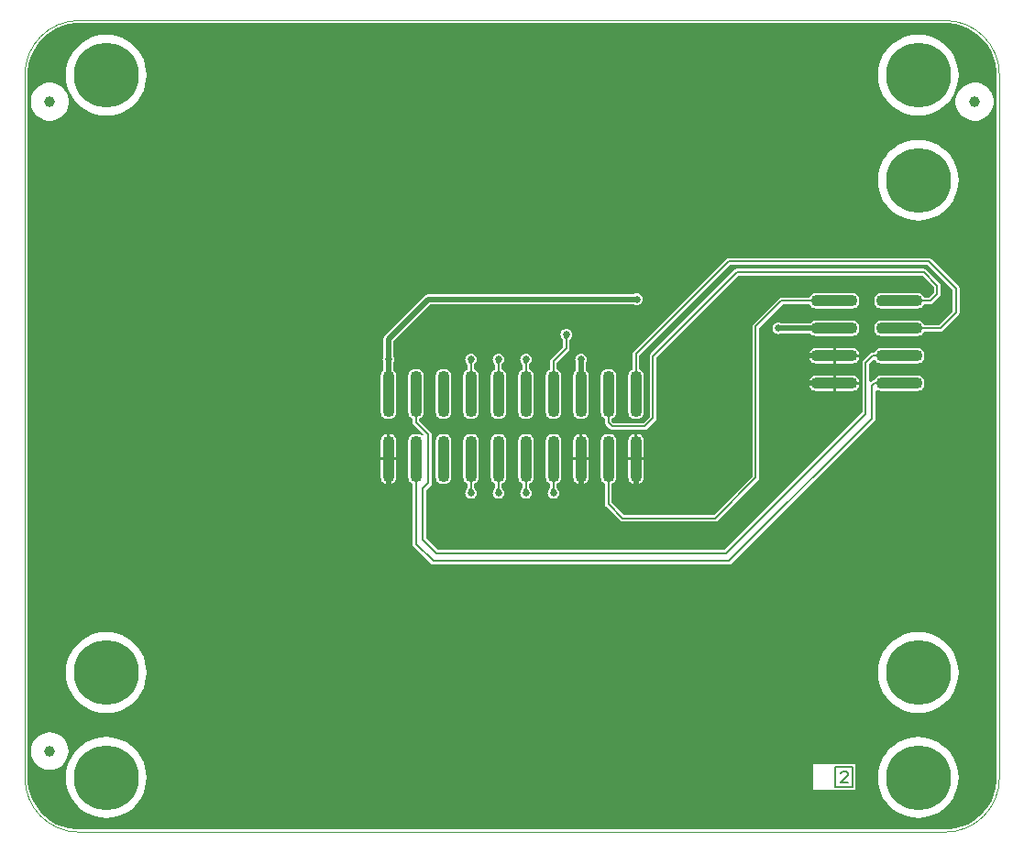
<source format=gbl>
G04*
G04 #@! TF.GenerationSoftware,Altium Limited,Altium Designer,21.1.1 (26)*
G04*
G04 Layer_Physical_Order=2*
G04 Layer_Color=16711680*
%FSAX44Y44*%
%MOMM*%
G71*
G04*
G04 #@! TF.SameCoordinates,61528D9D-F366-43B7-8DC3-677D280EAED6*
G04*
G04*
G04 #@! TF.FilePolarity,Positive*
G04*
G01*
G75*
%ADD10C,0.5000*%
%ADD13C,0.2000*%
%ADD14C,0.1000*%
%ADD22C,1.0000*%
%ADD27C,6.0000*%
%ADD28C,0.6500*%
G04:AMPARAMS|DCode=29|XSize=1mm|YSize=4.2mm|CornerRadius=0.375mm|HoleSize=0mm|Usage=FLASHONLY|Rotation=270.000|XOffset=0mm|YOffset=0mm|HoleType=Round|Shape=RoundedRectangle|*
%AMROUNDEDRECTD29*
21,1,1.0000,3.4500,0,0,270.0*
21,1,0.2500,4.2000,0,0,270.0*
1,1,0.7500,-1.7250,-0.1250*
1,1,0.7500,-1.7250,0.1250*
1,1,0.7500,1.7250,0.1250*
1,1,0.7500,1.7250,-0.1250*
%
%ADD29ROUNDEDRECTD29*%
G04:AMPARAMS|DCode=30|XSize=1mm|YSize=4.2mm|CornerRadius=0.375mm|HoleSize=0mm|Usage=FLASHONLY|Rotation=0.000|XOffset=0mm|YOffset=0mm|HoleType=Round|Shape=RoundedRectangle|*
%AMROUNDEDRECTD30*
21,1,1.0000,3.4500,0,0,0.0*
21,1,0.2500,4.2000,0,0,0.0*
1,1,0.7500,0.1250,-1.7250*
1,1,0.7500,-0.1250,-1.7250*
1,1,0.7500,-0.1250,1.7250*
1,1,0.7500,0.1250,1.7250*
%
%ADD30ROUNDEDRECTD30*%
G36*
X00859277Y00746639D02*
X00865285Y00745029D01*
X00871032Y00742649D01*
X00876419Y00739539D01*
X00881354Y00735752D01*
X00885752Y00731354D01*
X00889539Y00726419D01*
X00892649Y00721032D01*
X00895029Y00715285D01*
X00896639Y00709277D01*
X00897451Y00703110D01*
X00897451Y00700000D01*
X00897451Y00050000D01*
Y00046890D01*
X00896639Y00040723D01*
X00895029Y00034715D01*
X00892649Y00028968D01*
X00889539Y00023581D01*
X00885752Y00018646D01*
X00881354Y00014248D01*
X00876419Y00010461D01*
X00871032Y00007351D01*
X00865285Y00004971D01*
X00859277Y00003361D01*
X00853110Y00002549D01*
X00046890D01*
X00040723Y00003361D01*
X00034715Y00004971D01*
X00028968Y00007351D01*
X00023581Y00010461D01*
X00018646Y00014248D01*
X00014248Y00018646D01*
X00010461Y00023581D01*
X00007351Y00028968D01*
X00004971Y00034715D01*
X00003361Y00040723D01*
X00002549Y00046890D01*
Y00050000D01*
Y00700000D01*
Y00703110D01*
X00003361Y00709277D01*
X00004971Y00715285D01*
X00007351Y00721032D01*
X00010461Y00726419D01*
X00014248Y00731354D01*
X00018646Y00735752D01*
X00023581Y00739539D01*
X00028968Y00742649D01*
X00034715Y00745029D01*
X00040723Y00746639D01*
X00046890Y00747451D01*
X00853110D01*
X00859277Y00746639D01*
D02*
G37*
%LPC*%
G36*
X00825000Y00736830D02*
X00820127Y00736511D01*
X00815338Y00735558D01*
X00810714Y00733988D01*
X00806335Y00731829D01*
X00802275Y00729116D01*
X00798604Y00725896D01*
X00795384Y00722225D01*
X00792671Y00718165D01*
X00790512Y00713786D01*
X00788942Y00709162D01*
X00787989Y00704373D01*
X00787670Y00699500D01*
X00787989Y00694628D01*
X00788942Y00689838D01*
X00790512Y00685214D01*
X00792671Y00680835D01*
X00795384Y00676775D01*
X00798604Y00673104D01*
X00802275Y00669884D01*
X00806335Y00667171D01*
X00810714Y00665012D01*
X00815338Y00663442D01*
X00820127Y00662489D01*
X00825000Y00662170D01*
X00829873Y00662489D01*
X00834662Y00663442D01*
X00839286Y00665012D01*
X00843665Y00667171D01*
X00847725Y00669884D01*
X00851396Y00673104D01*
X00854616Y00676775D01*
X00857329Y00680835D01*
X00859488Y00685214D01*
X00861058Y00689838D01*
X00862010Y00694628D01*
X00862330Y00699500D01*
X00862010Y00704373D01*
X00861058Y00709162D01*
X00859488Y00713786D01*
X00857329Y00718165D01*
X00854616Y00722225D01*
X00851396Y00725896D01*
X00847725Y00729116D01*
X00843665Y00731829D01*
X00839286Y00733988D01*
X00834662Y00735558D01*
X00829873Y00736511D01*
X00825000Y00736830D01*
D02*
G37*
G36*
X00075000D02*
X00070128Y00736511D01*
X00065338Y00735558D01*
X00060715Y00733988D01*
X00056335Y00731829D01*
X00052275Y00729116D01*
X00048604Y00725896D01*
X00045384Y00722225D01*
X00042671Y00718165D01*
X00040512Y00713786D01*
X00038942Y00709162D01*
X00037989Y00704373D01*
X00037670Y00699500D01*
X00037989Y00694628D01*
X00038942Y00689838D01*
X00040512Y00685214D01*
X00042671Y00680835D01*
X00045384Y00676775D01*
X00048604Y00673104D01*
X00052275Y00669884D01*
X00056335Y00667171D01*
X00060715Y00665012D01*
X00065338Y00663442D01*
X00070128Y00662489D01*
X00075000Y00662170D01*
X00079873Y00662489D01*
X00084662Y00663442D01*
X00089286Y00665012D01*
X00093665Y00667171D01*
X00097725Y00669884D01*
X00101396Y00673104D01*
X00104616Y00676775D01*
X00107329Y00680835D01*
X00109488Y00685214D01*
X00111058Y00689838D01*
X00112011Y00694628D01*
X00112330Y00699500D01*
X00112011Y00704373D01*
X00111058Y00709162D01*
X00109488Y00713786D01*
X00107329Y00718165D01*
X00104616Y00722225D01*
X00101396Y00725896D01*
X00097725Y00729116D01*
X00093665Y00731829D01*
X00089286Y00733988D01*
X00084662Y00735558D01*
X00079873Y00736511D01*
X00075000Y00736830D01*
D02*
G37*
G36*
X00875755Y00692523D02*
X00872325Y00691887D01*
X00869084Y00690595D01*
X00866158Y00688695D01*
X00863659Y00686261D01*
X00861682Y00683385D01*
X00860305Y00680180D01*
X00859579Y00676768D01*
X00859556Y00675023D01*
X00859556Y00675023D01*
X00859577Y00673277D01*
X00860299Y00669859D01*
X00861674Y00666647D01*
X00863649Y00663766D01*
X00866148Y00661325D01*
X00869076Y00659419D01*
X00872319Y00658120D01*
X00875753Y00657479D01*
X00877500Y00657500D01*
X00879180Y00657500D01*
X00882476Y00658156D01*
X00885581Y00659441D01*
X00888375Y00661308D01*
X00890751Y00663685D01*
X00892618Y00666479D01*
X00893904Y00669584D01*
X00894559Y00672879D01*
X00894559Y00674560D01*
X00894603Y00676283D01*
X00894016Y00679681D01*
X00892777Y00682899D01*
X00890934Y00685814D01*
X00888557Y00688313D01*
X00885739Y00690300D01*
X00882588Y00691699D01*
X00879223Y00692457D01*
X00877500Y00692500D01*
X00875755Y00692523D01*
D02*
G37*
G36*
X00024723Y00692500D02*
X00023000Y00692500D01*
X00023000Y00692500D01*
X00021276D01*
X00017895Y00691827D01*
X00014711Y00690508D01*
X00011844Y00688593D01*
X00009407Y00686155D01*
X00007492Y00683289D01*
X00006173Y00680105D01*
X00005500Y00676723D01*
Y00673276D01*
X00006173Y00669895D01*
X00007492Y00666711D01*
X00009407Y00663844D01*
X00011844Y00661407D01*
X00014711Y00659492D01*
X00017895Y00658173D01*
X00021276Y00657500D01*
X00023000Y00657500D01*
X00024723Y00657500D01*
X00028104Y00658172D01*
X00031289Y00659492D01*
X00034155Y00661407D01*
X00036593Y00663844D01*
X00038508Y00666711D01*
X00039827Y00669895D01*
X00040449Y00673021D01*
X00040500Y00673276D01*
X00040500Y00675000D01*
X00040500Y00675000D01*
X00040500Y00676723D01*
X00039827Y00680105D01*
X00038508Y00683289D01*
X00036593Y00686155D01*
X00034155Y00688593D01*
X00031289Y00690508D01*
X00028105Y00691827D01*
X00024723Y00692500D01*
D02*
G37*
G36*
X00825000Y00639830D02*
X00820127Y00639511D01*
X00815338Y00638558D01*
X00810714Y00636988D01*
X00806335Y00634829D01*
X00802275Y00632116D01*
X00798604Y00628896D01*
X00795384Y00625225D01*
X00792671Y00621165D01*
X00790512Y00616786D01*
X00788942Y00612162D01*
X00787989Y00607373D01*
X00787670Y00602500D01*
X00787989Y00597627D01*
X00788942Y00592838D01*
X00790512Y00588214D01*
X00792671Y00583835D01*
X00795384Y00579775D01*
X00798604Y00576104D01*
X00802275Y00572884D01*
X00806335Y00570171D01*
X00810714Y00568012D01*
X00815338Y00566442D01*
X00820127Y00565489D01*
X00825000Y00565170D01*
X00829873Y00565489D01*
X00834662Y00566442D01*
X00839286Y00568012D01*
X00843665Y00570171D01*
X00847725Y00572884D01*
X00851396Y00576104D01*
X00854616Y00579775D01*
X00857329Y00583835D01*
X00859488Y00588214D01*
X00861058Y00592838D01*
X00862010Y00597627D01*
X00862330Y00602500D01*
X00862010Y00607373D01*
X00861058Y00612162D01*
X00859488Y00616786D01*
X00857329Y00621165D01*
X00854616Y00625225D01*
X00851396Y00628896D01*
X00847725Y00632116D01*
X00843665Y00634829D01*
X00839286Y00636988D01*
X00834662Y00638558D01*
X00829873Y00639511D01*
X00825000Y00639830D01*
D02*
G37*
G36*
X00830000Y00520559D02*
X00830000Y00520559D01*
X00657500D01*
X00657500Y00520559D01*
X00656329Y00520326D01*
X00655337Y00519663D01*
X00655337Y00519663D01*
X00577837Y00442163D01*
X00577174Y00441171D01*
X00576941Y00440000D01*
X00576941Y00440000D01*
Y00383767D01*
X00571233Y00378059D01*
X00543767D01*
X00541959Y00379867D01*
Y00382276D01*
X00543050Y00382727D01*
X00544251Y00383649D01*
X00545173Y00384850D01*
X00545752Y00386249D01*
X00545950Y00387750D01*
Y00422250D01*
X00545752Y00423751D01*
X00545173Y00425150D01*
X00544251Y00426351D01*
X00543050Y00427273D01*
X00541651Y00427852D01*
X00540150Y00428050D01*
X00537650D01*
X00536149Y00427852D01*
X00534750Y00427273D01*
X00533549Y00426351D01*
X00532627Y00425150D01*
X00532048Y00423751D01*
X00531850Y00422250D01*
Y00387750D01*
X00532048Y00386249D01*
X00532627Y00384850D01*
X00533549Y00383649D01*
X00534750Y00382727D01*
X00535841Y00382276D01*
Y00378600D01*
X00535841Y00378600D01*
X00536074Y00377430D01*
X00536737Y00376437D01*
X00540337Y00372837D01*
X00540337Y00372837D01*
X00541329Y00372174D01*
X00542500Y00371941D01*
X00542500Y00371941D01*
X00572500D01*
X00572500Y00371941D01*
X00573671Y00372174D01*
X00574663Y00372837D01*
X00582163Y00380337D01*
X00582163Y00380337D01*
X00582826Y00381329D01*
X00583059Y00382500D01*
Y00438733D01*
X00658767Y00514441D01*
X00828733D01*
X00839441Y00503733D01*
Y00498767D01*
X00834733Y00494059D01*
X00830225D01*
X00829772Y00495150D01*
X00828851Y00496351D01*
X00827650Y00497273D01*
X00826251Y00497852D01*
X00824750Y00498050D01*
X00790250D01*
X00788749Y00497852D01*
X00787350Y00497273D01*
X00786149Y00496351D01*
X00785227Y00495150D01*
X00784648Y00493751D01*
X00784450Y00492250D01*
Y00489750D01*
X00784648Y00488249D01*
X00785227Y00486850D01*
X00786149Y00485649D01*
X00787350Y00484727D01*
X00788749Y00484148D01*
X00790250Y00483950D01*
X00824750D01*
X00826251Y00484148D01*
X00827650Y00484727D01*
X00828851Y00485649D01*
X00829772Y00486850D01*
X00830225Y00487941D01*
X00836000D01*
X00836000Y00487941D01*
X00837170Y00488174D01*
X00838163Y00488837D01*
X00844663Y00495337D01*
X00844663Y00495337D01*
X00845326Y00496329D01*
X00845559Y00497500D01*
Y00505000D01*
X00845326Y00506171D01*
X00844663Y00507163D01*
X00844663Y00507163D01*
X00832163Y00519663D01*
X00831171Y00520326D01*
X00830000Y00520559D01*
D02*
G37*
G36*
X00764750Y00498050D02*
X00730250D01*
X00728749Y00497852D01*
X00727350Y00497273D01*
X00726149Y00496351D01*
X00725227Y00495150D01*
X00724775Y00494059D01*
X00698500D01*
X00698500Y00494059D01*
X00697329Y00493826D01*
X00696337Y00493163D01*
X00696337Y00493163D01*
X00672837Y00469663D01*
X00672174Y00468671D01*
X00671941Y00467500D01*
X00671941Y00467500D01*
Y00328767D01*
X00636233Y00293059D01*
X00553359D01*
X00541959Y00304459D01*
Y00322276D01*
X00543050Y00322727D01*
X00544251Y00323649D01*
X00545173Y00324850D01*
X00545752Y00326249D01*
X00545950Y00327750D01*
Y00362250D01*
X00545752Y00363751D01*
X00545173Y00365150D01*
X00544251Y00366351D01*
X00543050Y00367273D01*
X00541651Y00367852D01*
X00540150Y00368050D01*
X00537650D01*
X00536149Y00367852D01*
X00534750Y00367273D01*
X00533549Y00366351D01*
X00532627Y00365150D01*
X00532048Y00363751D01*
X00531850Y00362250D01*
Y00327750D01*
X00532048Y00326249D01*
X00532627Y00324850D01*
X00533549Y00323649D01*
X00534750Y00322727D01*
X00535841Y00322276D01*
Y00303192D01*
X00535841Y00303192D01*
X00536074Y00302021D01*
X00536737Y00301029D01*
X00549929Y00287837D01*
X00549929Y00287837D01*
X00550921Y00287174D01*
X00552092Y00286941D01*
X00637500D01*
X00637500Y00286941D01*
X00638671Y00287174D01*
X00639663Y00287837D01*
X00677163Y00325337D01*
X00677163Y00325337D01*
X00677826Y00326329D01*
X00678059Y00327500D01*
Y00466233D01*
X00699767Y00487941D01*
X00724775D01*
X00725227Y00486850D01*
X00726149Y00485649D01*
X00727350Y00484727D01*
X00728749Y00484148D01*
X00730250Y00483950D01*
X00764750D01*
X00766251Y00484148D01*
X00767650Y00484727D01*
X00768851Y00485649D01*
X00769773Y00486850D01*
X00770352Y00488249D01*
X00770550Y00489750D01*
Y00492250D01*
X00770352Y00493751D01*
X00769773Y00495150D01*
X00768851Y00496351D01*
X00767650Y00497273D01*
X00766251Y00497852D01*
X00764750Y00498050D01*
D02*
G37*
G36*
X00565000Y00497795D02*
X00563629Y00497615D01*
X00562358Y00497088D01*
X00372500D01*
X00370744Y00496739D01*
X00369256Y00495744D01*
X00332456Y00458944D01*
X00331461Y00457456D01*
X00331112Y00455700D01*
Y00439342D01*
X00330585Y00438070D01*
X00330405Y00436700D01*
X00330585Y00435330D01*
X00331112Y00434058D01*
Y00426936D01*
X00330349Y00426351D01*
X00329427Y00425150D01*
X00328848Y00423751D01*
X00328650Y00422250D01*
Y00387750D01*
X00328848Y00386249D01*
X00329427Y00384850D01*
X00330349Y00383649D01*
X00331550Y00382727D01*
X00332949Y00382148D01*
X00334450Y00381950D01*
X00336950D01*
X00338451Y00382148D01*
X00339850Y00382727D01*
X00341051Y00383649D01*
X00341973Y00384850D01*
X00342552Y00386249D01*
X00342750Y00387750D01*
Y00422250D01*
X00342552Y00423751D01*
X00341973Y00425150D01*
X00341051Y00426351D01*
X00340288Y00426936D01*
Y00434058D01*
X00340815Y00435330D01*
X00340995Y00436700D01*
X00340815Y00438070D01*
X00340288Y00439342D01*
Y00453800D01*
X00374400Y00487912D01*
X00562358D01*
X00563629Y00487385D01*
X00565000Y00487205D01*
X00566371Y00487385D01*
X00567648Y00487914D01*
X00568744Y00488756D01*
X00569586Y00489852D01*
X00570115Y00491129D01*
X00570295Y00492500D01*
X00570115Y00493871D01*
X00569586Y00495148D01*
X00568744Y00496244D01*
X00567648Y00497086D01*
X00566371Y00497615D01*
X00565000Y00497795D01*
D02*
G37*
G36*
X00764750Y00472650D02*
X00730250D01*
X00728749Y00472452D01*
X00727350Y00471873D01*
X00726149Y00470951D01*
X00725564Y00470188D01*
X00698242D01*
X00696971Y00470715D01*
X00695600Y00470895D01*
X00694230Y00470715D01*
X00692952Y00470186D01*
X00691856Y00469344D01*
X00691014Y00468248D01*
X00690485Y00466970D01*
X00690305Y00465600D01*
X00690485Y00464230D01*
X00691014Y00462952D01*
X00691856Y00461856D01*
X00692952Y00461014D01*
X00694230Y00460485D01*
X00695600Y00460305D01*
X00696971Y00460485D01*
X00698242Y00461012D01*
X00725564D01*
X00726149Y00460249D01*
X00727350Y00459327D01*
X00728749Y00458748D01*
X00730250Y00458550D01*
X00764750D01*
X00766251Y00458748D01*
X00767650Y00459327D01*
X00768851Y00460249D01*
X00769773Y00461450D01*
X00770352Y00462849D01*
X00770550Y00464350D01*
Y00466850D01*
X00770352Y00468351D01*
X00769773Y00469750D01*
X00768851Y00470951D01*
X00767650Y00471873D01*
X00766251Y00472452D01*
X00764750Y00472650D01*
D02*
G37*
G36*
X00835000Y00530559D02*
X00835000Y00530559D01*
X00650000D01*
X00648829Y00530326D01*
X00647837Y00529663D01*
X00647837Y00529663D01*
X00562137Y00443963D01*
X00561474Y00442971D01*
X00561241Y00441800D01*
X00561241Y00441800D01*
Y00427724D01*
X00560150Y00427273D01*
X00558949Y00426351D01*
X00558027Y00425150D01*
X00557448Y00423751D01*
X00557250Y00422250D01*
Y00387750D01*
X00557448Y00386249D01*
X00558027Y00384850D01*
X00558949Y00383649D01*
X00560150Y00382727D01*
X00561549Y00382148D01*
X00563050Y00381950D01*
X00565550D01*
X00567051Y00382148D01*
X00568450Y00382727D01*
X00569651Y00383649D01*
X00570573Y00384850D01*
X00571152Y00386249D01*
X00571350Y00387750D01*
Y00422250D01*
X00571152Y00423751D01*
X00570573Y00425150D01*
X00569651Y00426351D01*
X00568450Y00427273D01*
X00567359Y00427724D01*
Y00440533D01*
X00651267Y00524441D01*
X00833733D01*
X00856941Y00501233D01*
Y00481267D01*
X00844333Y00468659D01*
X00830225D01*
X00829772Y00469750D01*
X00828851Y00470951D01*
X00827650Y00471873D01*
X00826251Y00472452D01*
X00824750Y00472650D01*
X00790250D01*
X00788749Y00472452D01*
X00787350Y00471873D01*
X00786149Y00470951D01*
X00785227Y00469750D01*
X00784648Y00468351D01*
X00784450Y00466850D01*
Y00464350D01*
X00784648Y00462849D01*
X00785227Y00461450D01*
X00786149Y00460249D01*
X00787350Y00459327D01*
X00788749Y00458748D01*
X00790250Y00458550D01*
X00824750D01*
X00826251Y00458748D01*
X00827650Y00459327D01*
X00828851Y00460249D01*
X00829772Y00461450D01*
X00830225Y00462541D01*
X00845600D01*
X00845600Y00462541D01*
X00846770Y00462774D01*
X00847763Y00463437D01*
X00862163Y00477837D01*
X00862826Y00478829D01*
X00863059Y00480000D01*
Y00502500D01*
X00863059Y00502500D01*
X00862826Y00503671D01*
X00862163Y00504663D01*
X00862163Y00504663D01*
X00837163Y00529663D01*
X00836171Y00530326D01*
X00835000Y00530559D01*
D02*
G37*
G36*
X00764750Y00447250D02*
X00748750D01*
Y00441450D01*
X00770550D01*
X00770352Y00442951D01*
X00769773Y00444350D01*
X00768851Y00445551D01*
X00767650Y00446473D01*
X00766251Y00447052D01*
X00764750Y00447250D01*
D02*
G37*
G36*
X00746250D02*
X00730250D01*
X00728749Y00447052D01*
X00727350Y00446473D01*
X00726149Y00445551D01*
X00725227Y00444350D01*
X00724648Y00442951D01*
X00724450Y00441450D01*
X00746250D01*
Y00447250D01*
D02*
G37*
G36*
X00824750Y00447250D02*
X00790250D01*
X00788749Y00447052D01*
X00787350Y00446473D01*
X00786149Y00445551D01*
X00785227Y00444350D01*
X00784775Y00443259D01*
X00782700D01*
X00781529Y00443026D01*
X00780537Y00442363D01*
X00780537Y00442363D01*
X00774403Y00436229D01*
X00773740Y00435237D01*
X00773507Y00434066D01*
X00773507Y00434066D01*
Y00387833D01*
X00646233Y00260559D01*
X00381267D01*
X00370559Y00271267D01*
Y00316233D01*
X00374663Y00320337D01*
X00375326Y00321329D01*
X00375559Y00322500D01*
X00375559Y00322500D01*
Y00367500D01*
X00375559Y00367500D01*
X00375326Y00368671D01*
X00374663Y00369663D01*
X00374663Y00369663D01*
X00364159Y00380167D01*
Y00382276D01*
X00365250Y00382727D01*
X00366451Y00383649D01*
X00367373Y00384850D01*
X00367952Y00386249D01*
X00368150Y00387750D01*
Y00422250D01*
X00367952Y00423751D01*
X00367373Y00425150D01*
X00366451Y00426351D01*
X00365250Y00427273D01*
X00363851Y00427852D01*
X00362350Y00428050D01*
X00359850D01*
X00358349Y00427852D01*
X00356950Y00427273D01*
X00355749Y00426351D01*
X00354827Y00425150D01*
X00354248Y00423751D01*
X00354050Y00422250D01*
Y00387750D01*
X00354248Y00386249D01*
X00354827Y00384850D01*
X00355749Y00383649D01*
X00356950Y00382727D01*
X00358041Y00382276D01*
Y00378900D01*
X00358041Y00378900D01*
X00358274Y00377729D01*
X00358937Y00376737D01*
X00368450Y00367224D01*
X00368408Y00367085D01*
X00367392Y00366704D01*
X00366163Y00366572D01*
X00365250Y00367273D01*
X00363851Y00367852D01*
X00362350Y00368050D01*
X00359850D01*
X00358349Y00367852D01*
X00356950Y00367273D01*
X00355749Y00366351D01*
X00354827Y00365150D01*
X00354248Y00363751D01*
X00354050Y00362250D01*
Y00327750D01*
X00354248Y00326249D01*
X00354827Y00324850D01*
X00355749Y00323649D01*
X00356950Y00322727D01*
X00358041Y00322276D01*
Y00266400D01*
X00358041Y00266400D01*
X00358274Y00265229D01*
X00358937Y00264237D01*
X00374908Y00248266D01*
X00374908Y00248266D01*
X00375901Y00247603D01*
X00377071Y00247370D01*
X00650429D01*
X00650429Y00247370D01*
X00651600Y00247603D01*
X00652592Y00248266D01*
X00784613Y00380288D01*
X00784613Y00380288D01*
X00785276Y00381280D01*
X00785509Y00382450D01*
X00785509Y00382450D01*
Y00407419D01*
X00786860Y00408232D01*
X00787509Y00408461D01*
X00788749Y00407948D01*
X00790250Y00407750D01*
X00824750D01*
X00826251Y00407948D01*
X00827650Y00408527D01*
X00828851Y00409449D01*
X00829772Y00410650D01*
X00830352Y00412049D01*
X00830549Y00413550D01*
Y00416050D01*
X00830352Y00417551D01*
X00829772Y00418950D01*
X00828851Y00420151D01*
X00827650Y00421073D01*
X00826251Y00421652D01*
X00824750Y00421850D01*
X00790250D01*
X00788749Y00421652D01*
X00787350Y00421073D01*
X00786149Y00420151D01*
X00785227Y00418950D01*
X00784722Y00417730D01*
X00784671D01*
X00783501Y00417497D01*
X00782509Y00416834D01*
X00782509Y00416834D01*
X00781625Y00415951D01*
X00779625Y00416779D01*
Y00432799D01*
X00783008Y00436182D01*
X00784678Y00436083D01*
X00785414Y00435807D01*
X00786149Y00434849D01*
X00787350Y00433927D01*
X00788749Y00433348D01*
X00790250Y00433150D01*
X00824750D01*
X00826251Y00433348D01*
X00827650Y00433927D01*
X00828851Y00434849D01*
X00829772Y00436050D01*
X00830352Y00437449D01*
X00830549Y00438950D01*
Y00441450D01*
X00830352Y00442951D01*
X00829772Y00444350D01*
X00828851Y00445551D01*
X00827650Y00446473D01*
X00826251Y00447052D01*
X00824750Y00447250D01*
D02*
G37*
G36*
X00770550Y00438950D02*
X00748750D01*
Y00433150D01*
X00764750D01*
X00766251Y00433348D01*
X00767650Y00433927D01*
X00768851Y00434849D01*
X00769773Y00436050D01*
X00770352Y00437449D01*
X00770550Y00438950D01*
Y00438950D01*
D02*
G37*
G36*
X00746250D02*
X00724450D01*
Y00438950D01*
X00724648Y00437449D01*
X00725227Y00436050D01*
X00726149Y00434849D01*
X00727350Y00433927D01*
X00728749Y00433348D01*
X00730250Y00433150D01*
X00746250D01*
Y00438950D01*
D02*
G37*
G36*
X00764750Y00421850D02*
X00748750D01*
Y00416050D01*
X00770550D01*
X00770352Y00417551D01*
X00769773Y00418950D01*
X00768851Y00420151D01*
X00767650Y00421073D01*
X00766251Y00421652D01*
X00764750Y00421850D01*
D02*
G37*
G36*
X00746250D02*
X00730250D01*
X00728749Y00421652D01*
X00727350Y00421073D01*
X00726149Y00420151D01*
X00725227Y00418950D01*
X00724648Y00417551D01*
X00724450Y00416050D01*
X00746250D01*
Y00421850D01*
D02*
G37*
G36*
X00770550Y00413550D02*
X00748750D01*
Y00407750D01*
X00764750D01*
X00766251Y00407948D01*
X00767650Y00408527D01*
X00768851Y00409449D01*
X00769773Y00410650D01*
X00770352Y00412049D01*
X00770550Y00413550D01*
Y00413550D01*
D02*
G37*
G36*
X00746250D02*
X00724450D01*
Y00413550D01*
X00724648Y00412049D01*
X00725227Y00410650D01*
X00726149Y00409449D01*
X00727350Y00408527D01*
X00728749Y00407948D01*
X00730250Y00407750D01*
X00746250D01*
Y00413550D01*
D02*
G37*
G36*
X00513500Y00441995D02*
X00512130Y00441815D01*
X00510852Y00441286D01*
X00509756Y00440444D01*
X00508914Y00439348D01*
X00508385Y00438070D01*
X00508205Y00436700D01*
X00508385Y00435330D01*
X00508912Y00434058D01*
Y00426936D01*
X00508149Y00426351D01*
X00507227Y00425150D01*
X00506648Y00423751D01*
X00506450Y00422250D01*
Y00387750D01*
X00506648Y00386249D01*
X00507227Y00384850D01*
X00508149Y00383649D01*
X00509350Y00382727D01*
X00510749Y00382148D01*
X00512250Y00381950D01*
X00514750D01*
X00516251Y00382148D01*
X00517650Y00382727D01*
X00518851Y00383649D01*
X00519773Y00384850D01*
X00520352Y00386249D01*
X00520550Y00387750D01*
Y00422250D01*
X00520352Y00423751D01*
X00519773Y00425150D01*
X00518851Y00426351D01*
X00518088Y00426936D01*
Y00434058D01*
X00518615Y00435330D01*
X00518795Y00436700D01*
X00518615Y00438070D01*
X00518086Y00439348D01*
X00517244Y00440444D01*
X00516148Y00441286D01*
X00514870Y00441815D01*
X00513500Y00441995D01*
D02*
G37*
G36*
X00462700D02*
X00461329Y00441815D01*
X00460052Y00441286D01*
X00458956Y00440444D01*
X00458114Y00439348D01*
X00457585Y00438070D01*
X00457405Y00436700D01*
X00457585Y00435330D01*
X00458114Y00434052D01*
X00458659Y00433343D01*
X00459641Y00431245D01*
Y00427724D01*
X00458550Y00427273D01*
X00457349Y00426351D01*
X00456427Y00425150D01*
X00455848Y00423751D01*
X00455650Y00422250D01*
Y00387750D01*
X00455848Y00386249D01*
X00456427Y00384850D01*
X00457349Y00383649D01*
X00458550Y00382727D01*
X00459949Y00382148D01*
X00461450Y00381950D01*
X00463950D01*
X00465451Y00382148D01*
X00466850Y00382727D01*
X00468051Y00383649D01*
X00468973Y00384850D01*
X00469552Y00386249D01*
X00469750Y00387750D01*
Y00422250D01*
X00469552Y00423751D01*
X00468973Y00425150D01*
X00468051Y00426351D01*
X00466850Y00427273D01*
X00465759Y00427724D01*
Y00431245D01*
X00466741Y00433343D01*
X00467286Y00434052D01*
X00467815Y00435330D01*
X00467995Y00436700D01*
X00467815Y00438070D01*
X00467286Y00439348D01*
X00466444Y00440444D01*
X00465348Y00441286D01*
X00464071Y00441815D01*
X00462700Y00441995D01*
D02*
G37*
G36*
X00437300D02*
X00435929Y00441815D01*
X00434652Y00441286D01*
X00433556Y00440444D01*
X00432714Y00439348D01*
X00432185Y00438070D01*
X00432005Y00436700D01*
X00432185Y00435330D01*
X00432714Y00434052D01*
X00433259Y00433343D01*
X00434241Y00431245D01*
Y00427724D01*
X00433150Y00427273D01*
X00431949Y00426351D01*
X00431027Y00425150D01*
X00430448Y00423751D01*
X00430250Y00422250D01*
Y00387750D01*
X00430448Y00386249D01*
X00431027Y00384850D01*
X00431949Y00383649D01*
X00433150Y00382727D01*
X00434549Y00382148D01*
X00436050Y00381950D01*
X00438550D01*
X00440051Y00382148D01*
X00441450Y00382727D01*
X00442651Y00383649D01*
X00443573Y00384850D01*
X00444152Y00386249D01*
X00444350Y00387750D01*
Y00422250D01*
X00444152Y00423751D01*
X00443573Y00425150D01*
X00442651Y00426351D01*
X00441450Y00427273D01*
X00440359Y00427724D01*
Y00431245D01*
X00441341Y00433343D01*
X00441886Y00434052D01*
X00442415Y00435330D01*
X00442595Y00436700D01*
X00442415Y00438070D01*
X00441886Y00439348D01*
X00441044Y00440444D01*
X00439948Y00441286D01*
X00438671Y00441815D01*
X00437300Y00441995D01*
D02*
G37*
G36*
X00411900D02*
X00410530Y00441815D01*
X00409252Y00441286D01*
X00408156Y00440444D01*
X00407314Y00439348D01*
X00406785Y00438070D01*
X00406605Y00436700D01*
X00406785Y00435330D01*
X00407314Y00434052D01*
X00407859Y00433343D01*
X00408841Y00431245D01*
Y00427724D01*
X00407750Y00427273D01*
X00406549Y00426351D01*
X00405627Y00425150D01*
X00405048Y00423751D01*
X00404850Y00422250D01*
Y00387750D01*
X00405048Y00386249D01*
X00405627Y00384850D01*
X00406549Y00383649D01*
X00407750Y00382727D01*
X00409149Y00382148D01*
X00410650Y00381950D01*
X00413150D01*
X00414651Y00382148D01*
X00416050Y00382727D01*
X00417251Y00383649D01*
X00418173Y00384850D01*
X00418752Y00386249D01*
X00418950Y00387750D01*
Y00422250D01*
X00418752Y00423751D01*
X00418173Y00425150D01*
X00417251Y00426351D01*
X00416050Y00427273D01*
X00414959Y00427724D01*
Y00431245D01*
X00415941Y00433343D01*
X00416486Y00434052D01*
X00417015Y00435330D01*
X00417195Y00436700D01*
X00417015Y00438070D01*
X00416486Y00439348D01*
X00415644Y00440444D01*
X00414548Y00441286D01*
X00413270Y00441815D01*
X00411900Y00441995D01*
D02*
G37*
G36*
X00387750Y00428050D02*
X00385250D01*
X00383749Y00427852D01*
X00382350Y00427273D01*
X00381149Y00426351D01*
X00380227Y00425150D01*
X00379648Y00423751D01*
X00379450Y00422250D01*
Y00387750D01*
X00379648Y00386249D01*
X00380227Y00384850D01*
X00381149Y00383649D01*
X00382350Y00382727D01*
X00383749Y00382148D01*
X00385250Y00381950D01*
X00387750D01*
X00389251Y00382148D01*
X00390650Y00382727D01*
X00391851Y00383649D01*
X00392773Y00384850D01*
X00393352Y00386249D01*
X00393550Y00387750D01*
Y00422250D01*
X00393352Y00423751D01*
X00392773Y00425150D01*
X00391851Y00426351D01*
X00390650Y00427273D01*
X00389251Y00427852D01*
X00387750Y00428050D01*
D02*
G37*
G36*
X00500000Y00465295D02*
X00498629Y00465115D01*
X00497352Y00464586D01*
X00496256Y00463744D01*
X00495414Y00462648D01*
X00494885Y00461371D01*
X00494705Y00460000D01*
X00494885Y00458629D01*
X00495414Y00457352D01*
X00495959Y00456643D01*
X00496941Y00454546D01*
Y00448267D01*
X00485937Y00437263D01*
X00485274Y00436270D01*
X00485041Y00435100D01*
X00485041Y00435100D01*
Y00427724D01*
X00483950Y00427272D01*
X00482749Y00426351D01*
X00481827Y00425150D01*
X00481248Y00423751D01*
X00481050Y00422250D01*
Y00387750D01*
X00481248Y00386249D01*
X00481827Y00384850D01*
X00482749Y00383649D01*
X00483950Y00382727D01*
X00485349Y00382148D01*
X00486850Y00381950D01*
X00489350D01*
X00490851Y00382148D01*
X00492250Y00382727D01*
X00493451Y00383649D01*
X00494373Y00384850D01*
X00494952Y00386249D01*
X00495150Y00387750D01*
Y00422250D01*
X00494952Y00423751D01*
X00494373Y00425150D01*
X00493451Y00426351D01*
X00492250Y00427272D01*
X00491159Y00427724D01*
Y00433833D01*
X00502163Y00444837D01*
X00502163Y00444837D01*
X00502826Y00445830D01*
X00503059Y00447000D01*
X00503059Y00447000D01*
Y00454545D01*
X00504041Y00456643D01*
X00504586Y00457352D01*
X00505115Y00458629D01*
X00505295Y00460000D01*
X00505115Y00461371D01*
X00504586Y00462648D01*
X00503744Y00463744D01*
X00502648Y00464586D01*
X00501371Y00465115D01*
X00500000Y00465295D01*
D02*
G37*
G36*
X00565550Y00368050D02*
Y00346250D01*
X00571350D01*
Y00362250D01*
X00571152Y00363751D01*
X00570573Y00365150D01*
X00569651Y00366351D01*
X00568450Y00367273D01*
X00567051Y00367852D01*
X00565550Y00368050D01*
D02*
G37*
G36*
X00563050D02*
X00561549Y00367852D01*
X00560150Y00367273D01*
X00558949Y00366351D01*
X00558027Y00365150D01*
X00557448Y00363751D01*
X00557250Y00362250D01*
Y00346250D01*
X00563050D01*
Y00368050D01*
D02*
G37*
G36*
X00514750D02*
Y00346250D01*
X00520550D01*
Y00362250D01*
X00520352Y00363751D01*
X00519773Y00365150D01*
X00518851Y00366351D01*
X00517650Y00367273D01*
X00516251Y00367852D01*
X00514750Y00368050D01*
D02*
G37*
G36*
X00512250D02*
X00510749Y00367852D01*
X00509350Y00367273D01*
X00508149Y00366351D01*
X00507227Y00365150D01*
X00506648Y00363751D01*
X00506450Y00362250D01*
Y00346250D01*
X00512250D01*
Y00368050D01*
D02*
G37*
G36*
X00336950D02*
Y00346250D01*
X00342750D01*
Y00362250D01*
X00342552Y00363751D01*
X00341973Y00365150D01*
X00341051Y00366351D01*
X00339850Y00367273D01*
X00338451Y00367852D01*
X00336950Y00368050D01*
D02*
G37*
G36*
X00334450D02*
X00332949Y00367852D01*
X00331550Y00367273D01*
X00330349Y00366351D01*
X00329427Y00365150D01*
X00328848Y00363751D01*
X00328650Y00362250D01*
Y00346250D01*
X00334450D01*
Y00368050D01*
D02*
G37*
G36*
X00571350Y00343750D02*
X00565550D01*
Y00321950D01*
X00567051Y00322148D01*
X00568450Y00322727D01*
X00569651Y00323649D01*
X00570573Y00324850D01*
X00571152Y00326249D01*
X00571350Y00327750D01*
Y00343750D01*
D02*
G37*
G36*
X00563050D02*
X00557250D01*
Y00327750D01*
X00557448Y00326249D01*
X00558027Y00324850D01*
X00558949Y00323649D01*
X00560150Y00322727D01*
X00561549Y00322148D01*
X00563050Y00321950D01*
Y00343750D01*
D02*
G37*
G36*
X00520550D02*
X00514750D01*
Y00321950D01*
X00516251Y00322148D01*
X00517650Y00322727D01*
X00518851Y00323649D01*
X00519773Y00324850D01*
X00520352Y00326249D01*
X00520550Y00327750D01*
Y00343750D01*
D02*
G37*
G36*
X00512250D02*
X00506450D01*
Y00327750D01*
X00506648Y00326249D01*
X00507227Y00324850D01*
X00508149Y00323649D01*
X00509350Y00322727D01*
X00510749Y00322148D01*
X00512250Y00321950D01*
Y00343750D01*
D02*
G37*
G36*
X00387750Y00368050D02*
X00385250D01*
X00383749Y00367852D01*
X00382350Y00367273D01*
X00381149Y00366351D01*
X00380227Y00365150D01*
X00379648Y00363751D01*
X00379450Y00362250D01*
Y00327750D01*
X00379648Y00326249D01*
X00380227Y00324850D01*
X00381149Y00323649D01*
X00382350Y00322727D01*
X00383749Y00322148D01*
X00385250Y00321950D01*
X00387750D01*
X00389251Y00322148D01*
X00390650Y00322727D01*
X00391851Y00323649D01*
X00392773Y00324850D01*
X00393352Y00326249D01*
X00393550Y00327750D01*
Y00362250D01*
X00393352Y00363751D01*
X00392773Y00365150D01*
X00391851Y00366351D01*
X00390650Y00367273D01*
X00389251Y00367852D01*
X00387750Y00368050D01*
D02*
G37*
G36*
X00342750Y00343750D02*
X00336950D01*
Y00321950D01*
X00338451Y00322148D01*
X00339850Y00322727D01*
X00341051Y00323649D01*
X00341973Y00324850D01*
X00342552Y00326249D01*
X00342750Y00327750D01*
Y00343750D01*
D02*
G37*
G36*
X00334450D02*
X00328650D01*
Y00327750D01*
X00328848Y00326249D01*
X00329427Y00324850D01*
X00330349Y00323649D01*
X00331550Y00322727D01*
X00332949Y00322148D01*
X00334450Y00321950D01*
Y00343750D01*
D02*
G37*
G36*
X00463950Y00368050D02*
X00461450D01*
X00459949Y00367852D01*
X00458550Y00367273D01*
X00457349Y00366351D01*
X00456427Y00365150D01*
X00455848Y00363751D01*
X00455650Y00362250D01*
Y00327750D01*
X00455848Y00326249D01*
X00456427Y00324850D01*
X00457349Y00323649D01*
X00458550Y00322727D01*
X00459641Y00322276D01*
Y00318755D01*
X00458659Y00316657D01*
X00458114Y00315948D01*
X00457585Y00314671D01*
X00457405Y00313300D01*
X00457585Y00311929D01*
X00458114Y00310652D01*
X00458956Y00309556D01*
X00460052Y00308714D01*
X00461329Y00308185D01*
X00462700Y00308005D01*
X00464071Y00308185D01*
X00465348Y00308714D01*
X00466444Y00309556D01*
X00467286Y00310652D01*
X00467815Y00311929D01*
X00467995Y00313300D01*
X00467815Y00314671D01*
X00467286Y00315948D01*
X00466741Y00316657D01*
X00465759Y00318755D01*
Y00322276D01*
X00466850Y00322727D01*
X00468051Y00323649D01*
X00468973Y00324850D01*
X00469552Y00326249D01*
X00469750Y00327750D01*
Y00362250D01*
X00469552Y00363751D01*
X00468973Y00365150D01*
X00468051Y00366351D01*
X00466850Y00367273D01*
X00465451Y00367852D01*
X00463950Y00368050D01*
D02*
G37*
G36*
X00489350Y00368050D02*
X00486850D01*
X00485349Y00367852D01*
X00483950Y00367273D01*
X00482749Y00366351D01*
X00481827Y00365150D01*
X00481248Y00363751D01*
X00481050Y00362250D01*
Y00327750D01*
X00481248Y00326249D01*
X00481827Y00324850D01*
X00482749Y00323649D01*
X00483950Y00322727D01*
X00485041Y00322276D01*
Y00318755D01*
X00484059Y00316657D01*
X00483514Y00315948D01*
X00482985Y00314671D01*
X00482805Y00313300D01*
X00482985Y00311929D01*
X00483514Y00310652D01*
X00484356Y00309556D01*
X00485452Y00308714D01*
X00486730Y00308185D01*
X00488100Y00308005D01*
X00489470Y00308185D01*
X00490748Y00308714D01*
X00491844Y00309556D01*
X00492686Y00310652D01*
X00493215Y00311929D01*
X00493395Y00313300D01*
X00493215Y00314671D01*
X00492686Y00315948D01*
X00492141Y00316657D01*
X00491159Y00318755D01*
Y00322276D01*
X00492250Y00322727D01*
X00493451Y00323649D01*
X00494373Y00324850D01*
X00494952Y00326249D01*
X00495150Y00327750D01*
Y00362250D01*
X00494952Y00363751D01*
X00494373Y00365150D01*
X00493451Y00366351D01*
X00492250Y00367273D01*
X00490851Y00367852D01*
X00489350Y00368050D01*
D02*
G37*
G36*
X00438550D02*
X00436050D01*
X00434549Y00367852D01*
X00433150Y00367273D01*
X00431949Y00366351D01*
X00431027Y00365150D01*
X00430448Y00363751D01*
X00430250Y00362250D01*
Y00327750D01*
X00430448Y00326249D01*
X00431027Y00324850D01*
X00431949Y00323649D01*
X00433150Y00322727D01*
X00434241Y00322276D01*
Y00318755D01*
X00433259Y00316657D01*
X00432714Y00315948D01*
X00432185Y00314671D01*
X00432005Y00313300D01*
X00432185Y00311929D01*
X00432714Y00310652D01*
X00433556Y00309556D01*
X00434652Y00308714D01*
X00435929Y00308185D01*
X00437300Y00308005D01*
X00438671Y00308185D01*
X00439948Y00308714D01*
X00441044Y00309556D01*
X00441886Y00310652D01*
X00442415Y00311929D01*
X00442595Y00313300D01*
X00442415Y00314671D01*
X00441886Y00315948D01*
X00441341Y00316657D01*
X00440359Y00318755D01*
Y00322276D01*
X00441450Y00322727D01*
X00442651Y00323649D01*
X00443573Y00324850D01*
X00444152Y00326249D01*
X00444350Y00327750D01*
Y00362250D01*
X00444152Y00363751D01*
X00443573Y00365150D01*
X00442651Y00366351D01*
X00441450Y00367273D01*
X00440051Y00367852D01*
X00438550Y00368050D01*
D02*
G37*
G36*
X00413150D02*
X00410650D01*
X00409149Y00367852D01*
X00407750Y00367273D01*
X00406549Y00366351D01*
X00405627Y00365150D01*
X00405048Y00363751D01*
X00404850Y00362250D01*
Y00327750D01*
X00405048Y00326249D01*
X00405627Y00324850D01*
X00406549Y00323649D01*
X00407750Y00322727D01*
X00408841Y00322276D01*
Y00318755D01*
X00407859Y00316657D01*
X00407314Y00315948D01*
X00406785Y00314671D01*
X00406605Y00313300D01*
X00406785Y00311929D01*
X00407314Y00310652D01*
X00408156Y00309556D01*
X00409252Y00308714D01*
X00410530Y00308185D01*
X00411900Y00308005D01*
X00413270Y00308185D01*
X00414548Y00308714D01*
X00415644Y00309556D01*
X00416486Y00310652D01*
X00417015Y00311929D01*
X00417195Y00313300D01*
X00417015Y00314671D01*
X00416486Y00315948D01*
X00415941Y00316657D01*
X00414959Y00318755D01*
Y00322276D01*
X00416050Y00322727D01*
X00417251Y00323649D01*
X00418173Y00324850D01*
X00418752Y00326249D01*
X00418950Y00327750D01*
Y00362250D01*
X00418752Y00363751D01*
X00418173Y00365150D01*
X00417251Y00366351D01*
X00416050Y00367273D01*
X00414651Y00367852D01*
X00413150Y00368050D01*
D02*
G37*
G36*
X00825000Y00184830D02*
X00820127Y00184510D01*
X00815338Y00183558D01*
X00810714Y00181988D01*
X00806335Y00179828D01*
X00802275Y00177116D01*
X00798604Y00173896D01*
X00795384Y00170225D01*
X00792671Y00166165D01*
X00790512Y00161785D01*
X00788942Y00157162D01*
X00787989Y00152372D01*
X00787670Y00147500D01*
X00787989Y00142627D01*
X00788942Y00137838D01*
X00790512Y00133214D01*
X00792671Y00128835D01*
X00795384Y00124775D01*
X00798604Y00121104D01*
X00802275Y00117884D01*
X00806335Y00115171D01*
X00810714Y00113012D01*
X00815338Y00111442D01*
X00820127Y00110489D01*
X00825000Y00110170D01*
X00829873Y00110489D01*
X00834662Y00111442D01*
X00839286Y00113012D01*
X00843665Y00115171D01*
X00847725Y00117884D01*
X00851396Y00121104D01*
X00854616Y00124775D01*
X00857329Y00128835D01*
X00859488Y00133214D01*
X00861058Y00137838D01*
X00862010Y00142627D01*
X00862330Y00147500D01*
X00862010Y00152372D01*
X00861058Y00157162D01*
X00859488Y00161785D01*
X00857329Y00166165D01*
X00854616Y00170225D01*
X00851396Y00173896D01*
X00847725Y00177116D01*
X00843665Y00179828D01*
X00839286Y00181988D01*
X00834662Y00183558D01*
X00829873Y00184510D01*
X00825000Y00184830D01*
D02*
G37*
G36*
X00075000D02*
X00070128Y00184510D01*
X00065338Y00183558D01*
X00060715Y00181988D01*
X00056335Y00179828D01*
X00052275Y00177116D01*
X00048604Y00173896D01*
X00045384Y00170225D01*
X00042671Y00166165D01*
X00040512Y00161785D01*
X00038942Y00157162D01*
X00037989Y00152372D01*
X00037670Y00147500D01*
X00037989Y00142627D01*
X00038942Y00137838D01*
X00040512Y00133214D01*
X00042671Y00128835D01*
X00045384Y00124775D01*
X00048604Y00121104D01*
X00052275Y00117884D01*
X00056335Y00115171D01*
X00060715Y00113012D01*
X00065338Y00111442D01*
X00070128Y00110489D01*
X00075000Y00110170D01*
X00079873Y00110489D01*
X00084662Y00111442D01*
X00089286Y00113012D01*
X00093665Y00115171D01*
X00097725Y00117884D01*
X00101396Y00121104D01*
X00104616Y00124775D01*
X00107329Y00128835D01*
X00109488Y00133214D01*
X00111058Y00137838D01*
X00112011Y00142627D01*
X00112330Y00147500D01*
X00112011Y00152372D01*
X00111058Y00157162D01*
X00109488Y00161785D01*
X00107329Y00166165D01*
X00104616Y00170225D01*
X00101396Y00173896D01*
X00097725Y00177116D01*
X00093665Y00179828D01*
X00089286Y00181988D01*
X00084662Y00183558D01*
X00079873Y00184510D01*
X00075000Y00184830D01*
D02*
G37*
G36*
X00023000Y00092333D02*
X00019618Y00092000D01*
X00016367Y00091014D01*
X00013370Y00089412D01*
X00010743Y00087257D01*
X00008588Y00084630D01*
X00006986Y00081633D01*
X00006000Y00078382D01*
X00005667Y00075000D01*
X00006000Y00071618D01*
X00006986Y00068367D01*
X00008588Y00065370D01*
X00010743Y00062743D01*
X00013370Y00060588D01*
X00016367Y00058986D01*
X00019618Y00058000D01*
X00023000Y00057667D01*
X00026382Y00058000D01*
X00029633Y00058986D01*
X00032630Y00060588D01*
X00035257Y00062743D01*
X00037412Y00065370D01*
X00039014Y00068367D01*
X00040000Y00071618D01*
X00040333Y00075000D01*
X00040000Y00078382D01*
X00039014Y00081633D01*
X00037412Y00084630D01*
X00035257Y00087257D01*
X00032630Y00089412D01*
X00029633Y00091014D01*
X00026382Y00092000D01*
X00023000Y00092333D01*
D02*
G37*
G36*
X00728000Y00063000D02*
X00728000Y00039000D01*
X00767000Y00039000D01*
X00767000Y00063000D01*
X00728000Y00063000D01*
D02*
G37*
G36*
X00825000Y00087830D02*
X00820127Y00087510D01*
X00815338Y00086558D01*
X00810714Y00084988D01*
X00806335Y00082829D01*
X00802275Y00080116D01*
X00798604Y00076896D01*
X00795384Y00073225D01*
X00792671Y00069165D01*
X00790512Y00064785D01*
X00788942Y00060162D01*
X00787989Y00055372D01*
X00787670Y00050500D01*
X00787989Y00045627D01*
X00788942Y00040838D01*
X00790512Y00036214D01*
X00792671Y00031835D01*
X00795384Y00027775D01*
X00798604Y00024104D01*
X00802275Y00020884D01*
X00806335Y00018171D01*
X00810714Y00016012D01*
X00815338Y00014442D01*
X00820127Y00013489D01*
X00825000Y00013170D01*
X00829873Y00013489D01*
X00834662Y00014442D01*
X00839286Y00016012D01*
X00843665Y00018171D01*
X00847725Y00020884D01*
X00851396Y00024104D01*
X00854616Y00027775D01*
X00857329Y00031835D01*
X00859488Y00036214D01*
X00861058Y00040838D01*
X00862010Y00045627D01*
X00862330Y00050500D01*
X00862010Y00055372D01*
X00861058Y00060162D01*
X00859488Y00064785D01*
X00857329Y00069165D01*
X00854616Y00073225D01*
X00851396Y00076896D01*
X00847725Y00080116D01*
X00843665Y00082829D01*
X00839286Y00084988D01*
X00834662Y00086558D01*
X00829873Y00087510D01*
X00825000Y00087830D01*
D02*
G37*
G36*
X00075000D02*
X00070128Y00087510D01*
X00065338Y00086558D01*
X00060715Y00084988D01*
X00056335Y00082829D01*
X00052275Y00080116D01*
X00048604Y00076896D01*
X00045384Y00073225D01*
X00042671Y00069165D01*
X00040512Y00064785D01*
X00038942Y00060162D01*
X00037989Y00055372D01*
X00037670Y00050500D01*
X00037989Y00045627D01*
X00038942Y00040838D01*
X00040512Y00036214D01*
X00042671Y00031835D01*
X00045384Y00027775D01*
X00048604Y00024104D01*
X00052275Y00020884D01*
X00056335Y00018171D01*
X00060715Y00016012D01*
X00065338Y00014442D01*
X00070128Y00013489D01*
X00075000Y00013170D01*
X00079873Y00013489D01*
X00084662Y00014442D01*
X00089286Y00016012D01*
X00093665Y00018171D01*
X00097725Y00020884D01*
X00101396Y00024104D01*
X00104616Y00027775D01*
X00107329Y00031835D01*
X00109488Y00036214D01*
X00111058Y00040838D01*
X00112011Y00045627D01*
X00112330Y00050500D01*
X00112011Y00055372D01*
X00111058Y00060162D01*
X00109488Y00064785D01*
X00107329Y00069165D01*
X00104616Y00073225D01*
X00101396Y00076896D01*
X00097725Y00080116D01*
X00093665Y00082829D01*
X00089286Y00084988D01*
X00084662Y00086558D01*
X00079873Y00087510D01*
X00075000Y00087830D01*
D02*
G37*
%LPD*%
G36*
X00463700Y00431658D02*
X00461700D01*
X00460425Y00434379D01*
X00464975D01*
X00463700Y00431658D01*
D02*
G37*
G36*
X00438300D02*
X00436300D01*
X00435025Y00434379D01*
X00439575D01*
X00438300Y00431658D01*
D02*
G37*
G36*
X00412900D02*
X00410900D01*
X00409625Y00434379D01*
X00414175D01*
X00412900Y00431658D01*
D02*
G37*
G36*
X00501000Y00454958D02*
X00499000D01*
X00497725Y00457679D01*
X00502275D01*
X00501000Y00454958D01*
D02*
G37*
G36*
X00464975Y00315621D02*
X00460425D01*
X00461700Y00318342D01*
X00463700D01*
X00464975Y00315621D01*
D02*
G37*
G36*
X00490375Y00315621D02*
X00485825D01*
X00487100Y00318342D01*
X00489100D01*
X00490375Y00315621D01*
D02*
G37*
G36*
X00439575D02*
X00435025D01*
X00436300Y00318342D01*
X00438300D01*
X00439575Y00315621D01*
D02*
G37*
G36*
X00414175D02*
X00409625D01*
X00410900Y00318342D01*
X00412900D01*
X00414175Y00315621D01*
D02*
G37*
D10*
X00695600Y00465600D02*
X00747500D01*
X00372500Y00492500D02*
X00565000D01*
X00335700Y00455700D02*
X00372500Y00492500D01*
X00335700Y00436700D02*
Y00455700D01*
X00715800Y00414800D02*
X00747500D01*
X00715800Y00440200D02*
X00747500D01*
X00564300Y00313300D02*
Y00345000D01*
X00335700Y00405000D02*
Y00436700D01*
X00513500Y00313300D02*
Y00345000D01*
X00513500Y00405000D02*
Y00436700D01*
X00335700Y00313300D02*
Y00345000D01*
D13*
X00564300Y00441800D02*
X00650000Y00527500D01*
X00835000D01*
X00564300Y00405000D02*
Y00441800D01*
X00580000Y00382500D02*
Y00440000D01*
X00657500Y00517500D01*
X00830000D01*
X00776566Y00386566D02*
Y00434066D01*
X00647500Y00257500D02*
X00776566Y00386566D01*
Y00434066D02*
X00782700Y00440200D01*
X00650429Y00250429D02*
X00782450Y00382450D01*
Y00412450D02*
X00784671Y00414672D01*
X00782450Y00382450D02*
Y00412450D01*
X00807372Y00414672D02*
X00807500Y00414800D01*
X00784671Y00414672D02*
X00807372D01*
X00782700Y00440200D02*
X00807500D01*
X00377071Y00250429D02*
X00650429D01*
X00380000Y00257500D02*
X00647500D01*
X00367500Y00270000D02*
Y00317500D01*
Y00270000D02*
X00380000Y00257500D01*
X00367500Y00317500D02*
X00372500Y00322500D01*
Y00367500D01*
X00361100Y00378900D02*
X00372500Y00367500D01*
X00361100Y00378900D02*
Y00405000D01*
X00361100Y00266400D02*
X00377071Y00250429D01*
X00361100Y00266400D02*
Y00345000D01*
X00538900Y00378600D02*
X00542500Y00375000D01*
X00538900Y00378600D02*
Y00405000D01*
X00542500Y00375000D02*
X00572500D01*
X00580000Y00382500D01*
X00698500Y00491000D02*
X00747500D01*
X00675000Y00467500D02*
X00698500Y00491000D01*
X00675000Y00327500D02*
Y00467500D01*
X00637500Y00290000D02*
X00675000Y00327500D01*
X00842500Y00497500D02*
Y00505000D01*
X00830000Y00517500D02*
X00842500Y00505000D01*
X00836000Y00491000D02*
X00842500Y00497500D01*
X00807500Y00491000D02*
X00836000D01*
X00807500Y00465600D02*
X00845600D01*
X00860000Y00480000D01*
Y00502500D01*
X00835000Y00527500D02*
X00860000Y00502500D01*
X00538900Y00303192D02*
X00552092Y00290000D01*
X00637500D01*
X00538900Y00303192D02*
Y00345000D01*
X00500000Y00447000D02*
Y00460000D01*
X00488100Y00313300D02*
Y00345000D01*
Y00435100D02*
X00500000Y00447000D01*
X00462700Y00313300D02*
Y00345000D01*
X00437300Y00313300D02*
Y00345000D01*
X00411900Y00313300D02*
Y00345000D01*
Y00405000D02*
Y00436700D01*
X00488100Y00405000D02*
Y00435100D01*
X00462700Y00405000D02*
Y00436700D01*
X00437300Y00405000D02*
Y00436700D01*
X00748500Y00041500D02*
X00764500D01*
X00748500D02*
Y00060500D01*
X00764500D01*
Y00041500D02*
Y00060500D01*
X00760164Y00046000D02*
X00753500D01*
X00760164Y00052664D01*
Y00054331D01*
X00758498Y00055997D01*
X00755166D01*
X00753500Y00054331D01*
D14*
X00900000Y00700000D02*
G03*
X00850000Y00750000I-00050000J00000000D01*
G01*
X00050000D02*
G03*
X00000000Y00700000I00000000J-00050000D01*
G01*
X00850000Y00000000D02*
G03*
X00900000Y00050000I00000000J00050000D01*
G01*
X00000000D02*
G03*
X00050000Y00000000I00050000J00000000D01*
G01*
Y00750000D02*
X00850000D01*
X00900000Y00700000D02*
X00900000Y00050000D01*
X-00000000Y00700000D02*
X00000000Y00050000D01*
X00050000Y00000000D02*
X00850000D01*
D22*
X00877000Y00675000D02*
D03*
X00023000D02*
D03*
Y00075000D02*
D03*
D27*
X00075000Y00699500D02*
D03*
X00825000D02*
D03*
Y00602500D02*
D03*
X00075000Y00147500D02*
D03*
X00825000D02*
D03*
Y00050500D02*
D03*
X00075000D02*
D03*
D28*
X00695600Y00465600D02*
D03*
X00565000Y00492500D02*
D03*
X00715800Y00414800D02*
D03*
Y00440200D02*
D03*
X00564300Y00313300D02*
D03*
X00488100D02*
D03*
X00414900Y00562500D02*
D03*
Y00612500D02*
D03*
X00211700Y00612500D02*
D03*
X00160900Y00616500D02*
D03*
X00338700Y00666500D02*
D03*
Y00616500D02*
D03*
X00262500Y00666500D02*
D03*
X00160900Y00666500D02*
D03*
X00211700Y00562500D02*
D03*
X00540300Y00447200D02*
D03*
X00550800Y00436700D02*
D03*
X00320700Y00458800D02*
D03*
X00310200Y00448300D02*
D03*
X00335700Y00436700D02*
D03*
X00513500Y00313300D02*
D03*
X00513500Y00436700D02*
D03*
X00335700Y00313300D02*
D03*
X00462700Y00313300D02*
D03*
X00437300Y00313300D02*
D03*
X00411900D02*
D03*
Y00436700D02*
D03*
X00500000Y00460000D02*
D03*
X00462700Y00436700D02*
D03*
X00437300D02*
D03*
X00890000Y00290000D02*
D03*
Y00370000D02*
D03*
Y00450000D02*
D03*
Y00130000D02*
D03*
Y00050000D02*
D03*
Y00610000D02*
D03*
Y00530000D02*
D03*
Y00210000D02*
D03*
Y00700000D02*
D03*
X00010000Y00340000D02*
D03*
Y00420000D02*
D03*
Y00500000D02*
D03*
Y00180000D02*
D03*
Y00100000D02*
D03*
Y00650000D02*
D03*
Y00580000D02*
D03*
Y00260000D02*
D03*
X00360000Y00740000D02*
D03*
X00440000D02*
D03*
X00520000D02*
D03*
X00200000D02*
D03*
X00120000D02*
D03*
X00680000D02*
D03*
X00600000D02*
D03*
X00280000D02*
D03*
X00760000D02*
D03*
X00059444Y00683236D02*
D03*
X00058737Y00715056D02*
D03*
X00052500Y00699000D02*
D03*
X00074500Y00722000D02*
D03*
X00091264Y00683944D02*
D03*
X00090556Y00715764D02*
D03*
X00097500Y00700000D02*
D03*
X00075500Y00677000D02*
D03*
X00824500D02*
D03*
X00802500Y00700000D02*
D03*
X00809444Y00715764D02*
D03*
X00808736Y00683944D02*
D03*
X00825500Y00722000D02*
D03*
X00847500Y00699000D02*
D03*
X00841264Y00715056D02*
D03*
X00840556Y00683236D02*
D03*
X00808736Y00586944D02*
D03*
X00809444Y00618764D02*
D03*
X00824500Y00580000D02*
D03*
X00052500Y00148000D02*
D03*
X00058737Y00131944D02*
D03*
X00059444Y00163763D02*
D03*
X00075500Y00170000D02*
D03*
X00091264Y00163056D02*
D03*
X00074500Y00125000D02*
D03*
X00090556Y00131236D02*
D03*
X00097500Y00147000D02*
D03*
X00847500D02*
D03*
X00841264Y00163056D02*
D03*
X00840556Y00131236D02*
D03*
X00841264Y00618056D02*
D03*
X00847500Y00602000D02*
D03*
X00840556Y00586236D02*
D03*
X00802500Y00603000D02*
D03*
X00825500Y00625000D02*
D03*
X00802500Y00148000D02*
D03*
X00808736Y00131944D02*
D03*
X00809444Y00163763D02*
D03*
X00824500Y00125000D02*
D03*
X00825500Y00170000D02*
D03*
X00824500Y00028000D02*
D03*
X00847500Y00050000D02*
D03*
X00802500Y00051000D02*
D03*
X00840556Y00034236D02*
D03*
X00808736Y00034943D02*
D03*
X00841264Y00066056D02*
D03*
X00809444Y00066763D02*
D03*
X00825500Y00073000D02*
D03*
X00090556Y00034236D02*
D03*
X00074500Y00028000D02*
D03*
X00097500Y00050000D02*
D03*
X00091264Y00066056D02*
D03*
X00075500Y00073000D02*
D03*
X00059444Y00066763D02*
D03*
X00058737Y00034943D02*
D03*
X00052500Y00051000D02*
D03*
X00760000Y00010000D02*
D03*
X00280000D02*
D03*
X00600000D02*
D03*
X00680000D02*
D03*
X00120000D02*
D03*
X00200000D02*
D03*
X00520000D02*
D03*
X00440000D02*
D03*
X00360000D02*
D03*
D29*
X00747500Y00414800D02*
D03*
Y00491000D02*
D03*
Y00465600D02*
D03*
Y00440200D02*
D03*
X00807500Y00414800D02*
D03*
Y00440200D02*
D03*
Y00465600D02*
D03*
Y00491000D02*
D03*
D30*
X00538900Y00405000D02*
D03*
X00488100Y00405000D02*
D03*
X00513500Y00405000D02*
D03*
X00564300D02*
D03*
X00462700D02*
D03*
X00335700D02*
D03*
X00361100D02*
D03*
X00386500D02*
D03*
X00411900D02*
D03*
X00437300D02*
D03*
X00462700Y00345000D02*
D03*
X00386500Y00345000D02*
D03*
X00361100Y00345000D02*
D03*
X00335700Y00345000D02*
D03*
X00411900D02*
D03*
X00437300D02*
D03*
X00488100D02*
D03*
X00513500D02*
D03*
X00538900D02*
D03*
X00564300D02*
D03*
M02*

</source>
